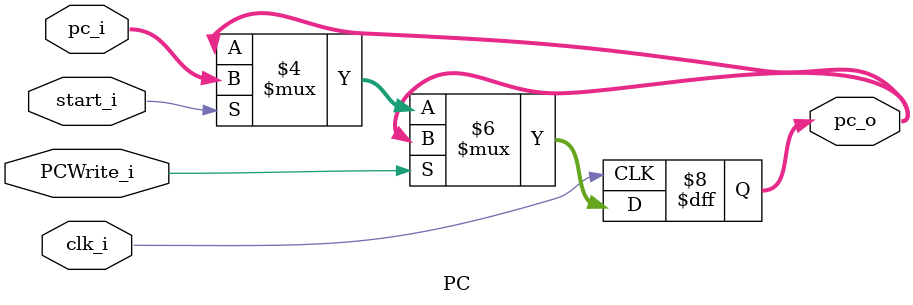
<source format=v>
module PC
(
    clk_i,
    start_i,
    PCWrite_i,
    pc_i,
    pc_o
);

// Ports
input               clk_i, PCWrite_i;
input               start_i;
input   [31:0]      pc_i;
output  [31:0]      pc_o;

// Wires & Registers
reg     [31:0]      pc_o;


always@(posedge clk_i) begin
    
    if(PCWrite_i == 0)  begin
        if(start_i)
            pc_o <= pc_i;
        else
            pc_o <= pc_o;
    end
    
end

endmodule

</source>
